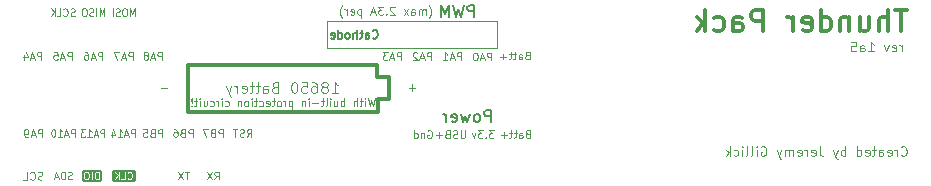
<source format=gbo>
G04 #@! TF.GenerationSoftware,KiCad,Pcbnew,(5.1.4-0-10_14)*
G04 #@! TF.CreationDate,2019-11-06T06:42:07-08:00*
G04 #@! TF.ProjectId,STM32L0xx_18650,53544d33-324c-4307-9878-5f3138363530,rev?*
G04 #@! TF.SameCoordinates,Original*
G04 #@! TF.FileFunction,Legend,Bot*
G04 #@! TF.FilePolarity,Positive*
%FSLAX46Y46*%
G04 Gerber Fmt 4.6, Leading zero omitted, Abs format (unit mm)*
G04 Created by KiCad (PCBNEW (5.1.4-0-10_14)) date 2019-11-06 06:42:07*
%MOMM*%
%LPD*%
G04 APERTURE LIST*
%ADD10C,0.100000*%
%ADD11C,0.150000*%
%ADD12C,0.200000*%
%ADD13C,0.300000*%
%ADD14C,0.080000*%
%ADD15C,0.254000*%
%ADD16C,2.901600*%
%ADD17O,1.801600X1.801600*%
%ADD18R,1.801600X1.801600*%
%ADD19O,1.801600X1.451600*%
%ADD20O,1.601600X1.201600*%
%ADD21C,2.501600*%
G04 APERTURE END LIST*
D10*
X80498809Y-107713095D02*
X80405952Y-107744047D01*
X80251190Y-107744047D01*
X80189285Y-107713095D01*
X80158333Y-107682142D01*
X80127380Y-107620238D01*
X80127380Y-107558333D01*
X80158333Y-107496428D01*
X80189285Y-107465476D01*
X80251190Y-107434523D01*
X80375000Y-107403571D01*
X80436904Y-107372619D01*
X80467857Y-107341666D01*
X80498809Y-107279761D01*
X80498809Y-107217857D01*
X80467857Y-107155952D01*
X80436904Y-107125000D01*
X80375000Y-107094047D01*
X80220238Y-107094047D01*
X80127380Y-107125000D01*
X79477380Y-107682142D02*
X79508333Y-107713095D01*
X79601190Y-107744047D01*
X79663095Y-107744047D01*
X79755952Y-107713095D01*
X79817857Y-107651190D01*
X79848809Y-107589285D01*
X79879761Y-107465476D01*
X79879761Y-107372619D01*
X79848809Y-107248809D01*
X79817857Y-107186904D01*
X79755952Y-107125000D01*
X79663095Y-107094047D01*
X79601190Y-107094047D01*
X79508333Y-107125000D01*
X79477380Y-107155952D01*
X78889285Y-107744047D02*
X79198809Y-107744047D01*
X79198809Y-107094047D01*
X82978571Y-107688095D02*
X82892857Y-107719047D01*
X82750000Y-107719047D01*
X82692857Y-107688095D01*
X82664285Y-107657142D01*
X82635714Y-107595238D01*
X82635714Y-107533333D01*
X82664285Y-107471428D01*
X82692857Y-107440476D01*
X82750000Y-107409523D01*
X82864285Y-107378571D01*
X82921428Y-107347619D01*
X82950000Y-107316666D01*
X82978571Y-107254761D01*
X82978571Y-107192857D01*
X82950000Y-107130952D01*
X82921428Y-107100000D01*
X82864285Y-107069047D01*
X82721428Y-107069047D01*
X82635714Y-107100000D01*
X82378571Y-107719047D02*
X82378571Y-107069047D01*
X82235714Y-107069047D01*
X82150000Y-107100000D01*
X82092857Y-107161904D01*
X82064285Y-107223809D01*
X82035714Y-107347619D01*
X82035714Y-107440476D01*
X82064285Y-107564285D01*
X82092857Y-107626190D01*
X82150000Y-107688095D01*
X82235714Y-107719047D01*
X82378571Y-107719047D01*
X81807142Y-107533333D02*
X81521428Y-107533333D01*
X81864285Y-107719047D02*
X81664285Y-107069047D01*
X81464285Y-107719047D01*
X83214285Y-93863095D02*
X83128571Y-93894047D01*
X82985714Y-93894047D01*
X82928571Y-93863095D01*
X82900000Y-93832142D01*
X82871428Y-93770238D01*
X82871428Y-93708333D01*
X82900000Y-93646428D01*
X82928571Y-93615476D01*
X82985714Y-93584523D01*
X83100000Y-93553571D01*
X83157142Y-93522619D01*
X83185714Y-93491666D01*
X83214285Y-93429761D01*
X83214285Y-93367857D01*
X83185714Y-93305952D01*
X83157142Y-93275000D01*
X83100000Y-93244047D01*
X82957142Y-93244047D01*
X82871428Y-93275000D01*
X82271428Y-93832142D02*
X82300000Y-93863095D01*
X82385714Y-93894047D01*
X82442857Y-93894047D01*
X82528571Y-93863095D01*
X82585714Y-93801190D01*
X82614285Y-93739285D01*
X82642857Y-93615476D01*
X82642857Y-93522619D01*
X82614285Y-93398809D01*
X82585714Y-93336904D01*
X82528571Y-93275000D01*
X82442857Y-93244047D01*
X82385714Y-93244047D01*
X82300000Y-93275000D01*
X82271428Y-93305952D01*
X81728571Y-93894047D02*
X82014285Y-93894047D01*
X82014285Y-93244047D01*
X81528571Y-93894047D02*
X81528571Y-93244047D01*
X81185714Y-93894047D02*
X81442857Y-93522619D01*
X81185714Y-93244047D02*
X81528571Y-93615476D01*
X85742857Y-93894047D02*
X85742857Y-93244047D01*
X85542857Y-93708333D01*
X85342857Y-93244047D01*
X85342857Y-93894047D01*
X85057142Y-93894047D02*
X85057142Y-93244047D01*
X84800000Y-93863095D02*
X84714285Y-93894047D01*
X84571428Y-93894047D01*
X84514285Y-93863095D01*
X84485714Y-93832142D01*
X84457142Y-93770238D01*
X84457142Y-93708333D01*
X84485714Y-93646428D01*
X84514285Y-93615476D01*
X84571428Y-93584523D01*
X84685714Y-93553571D01*
X84742857Y-93522619D01*
X84771428Y-93491666D01*
X84800000Y-93429761D01*
X84800000Y-93367857D01*
X84771428Y-93305952D01*
X84742857Y-93275000D01*
X84685714Y-93244047D01*
X84542857Y-93244047D01*
X84457142Y-93275000D01*
X84085714Y-93244047D02*
X83971428Y-93244047D01*
X83914285Y-93275000D01*
X83857142Y-93336904D01*
X83828571Y-93460714D01*
X83828571Y-93677380D01*
X83857142Y-93801190D01*
X83914285Y-93863095D01*
X83971428Y-93894047D01*
X84085714Y-93894047D01*
X84142857Y-93863095D01*
X84200000Y-93801190D01*
X84228571Y-93677380D01*
X84228571Y-93460714D01*
X84200000Y-93336904D01*
X84142857Y-93275000D01*
X84085714Y-93244047D01*
X88317857Y-93894047D02*
X88317857Y-93244047D01*
X88117857Y-93708333D01*
X87917857Y-93244047D01*
X87917857Y-93894047D01*
X87517857Y-93244047D02*
X87403571Y-93244047D01*
X87346428Y-93275000D01*
X87289285Y-93336904D01*
X87260714Y-93460714D01*
X87260714Y-93677380D01*
X87289285Y-93801190D01*
X87346428Y-93863095D01*
X87403571Y-93894047D01*
X87517857Y-93894047D01*
X87575000Y-93863095D01*
X87632142Y-93801190D01*
X87660714Y-93677380D01*
X87660714Y-93460714D01*
X87632142Y-93336904D01*
X87575000Y-93275000D01*
X87517857Y-93244047D01*
X87032142Y-93863095D02*
X86946428Y-93894047D01*
X86803571Y-93894047D01*
X86746428Y-93863095D01*
X86717857Y-93832142D01*
X86689285Y-93770238D01*
X86689285Y-93708333D01*
X86717857Y-93646428D01*
X86746428Y-93615476D01*
X86803571Y-93584523D01*
X86917857Y-93553571D01*
X86975000Y-93522619D01*
X87003571Y-93491666D01*
X87032142Y-93429761D01*
X87032142Y-93367857D01*
X87003571Y-93305952D01*
X86975000Y-93275000D01*
X86917857Y-93244047D01*
X86775000Y-93244047D01*
X86689285Y-93275000D01*
X86432142Y-93894047D02*
X86432142Y-93244047D01*
X92895238Y-107069047D02*
X92523809Y-107069047D01*
X92709523Y-107719047D02*
X92709523Y-107069047D01*
X92369047Y-107069047D02*
X91935714Y-107719047D01*
X91935714Y-107069047D02*
X92369047Y-107719047D01*
X95058333Y-107719047D02*
X95275000Y-107409523D01*
X95429761Y-107719047D02*
X95429761Y-107069047D01*
X95182142Y-107069047D01*
X95120238Y-107100000D01*
X95089285Y-107130952D01*
X95058333Y-107192857D01*
X95058333Y-107285714D01*
X95089285Y-107347619D01*
X95120238Y-107378571D01*
X95182142Y-107409523D01*
X95429761Y-107409523D01*
X94841666Y-107069047D02*
X94408333Y-107719047D01*
X94408333Y-107069047D02*
X94841666Y-107719047D01*
D11*
X108450000Y-95742857D02*
X108483333Y-95778571D01*
X108583333Y-95814285D01*
X108650000Y-95814285D01*
X108750000Y-95778571D01*
X108816666Y-95707142D01*
X108850000Y-95635714D01*
X108883333Y-95492857D01*
X108883333Y-95385714D01*
X108850000Y-95242857D01*
X108816666Y-95171428D01*
X108750000Y-95100000D01*
X108650000Y-95064285D01*
X108583333Y-95064285D01*
X108483333Y-95100000D01*
X108450000Y-95135714D01*
X107850000Y-95814285D02*
X107850000Y-95421428D01*
X107883333Y-95350000D01*
X107950000Y-95314285D01*
X108083333Y-95314285D01*
X108150000Y-95350000D01*
X107850000Y-95778571D02*
X107916666Y-95814285D01*
X108083333Y-95814285D01*
X108150000Y-95778571D01*
X108183333Y-95707142D01*
X108183333Y-95635714D01*
X108150000Y-95564285D01*
X108083333Y-95528571D01*
X107916666Y-95528571D01*
X107850000Y-95492857D01*
X107616666Y-95314285D02*
X107350000Y-95314285D01*
X107516666Y-95064285D02*
X107516666Y-95707142D01*
X107483333Y-95778571D01*
X107416666Y-95814285D01*
X107350000Y-95814285D01*
X107116666Y-95814285D02*
X107116666Y-95064285D01*
X106816666Y-95814285D02*
X106816666Y-95421428D01*
X106850000Y-95350000D01*
X106916666Y-95314285D01*
X107016666Y-95314285D01*
X107083333Y-95350000D01*
X107116666Y-95385714D01*
X106383333Y-95814285D02*
X106450000Y-95778571D01*
X106483333Y-95742857D01*
X106516666Y-95671428D01*
X106516666Y-95457142D01*
X106483333Y-95385714D01*
X106450000Y-95350000D01*
X106383333Y-95314285D01*
X106283333Y-95314285D01*
X106216666Y-95350000D01*
X106183333Y-95385714D01*
X106150000Y-95457142D01*
X106150000Y-95671428D01*
X106183333Y-95742857D01*
X106216666Y-95778571D01*
X106283333Y-95814285D01*
X106383333Y-95814285D01*
X105550000Y-95814285D02*
X105550000Y-95064285D01*
X105550000Y-95778571D02*
X105616666Y-95814285D01*
X105750000Y-95814285D01*
X105816666Y-95778571D01*
X105850000Y-95742857D01*
X105883333Y-95671428D01*
X105883333Y-95457142D01*
X105850000Y-95385714D01*
X105816666Y-95350000D01*
X105750000Y-95314285D01*
X105616666Y-95314285D01*
X105550000Y-95350000D01*
X104950000Y-95778571D02*
X105016666Y-95814285D01*
X105150000Y-95814285D01*
X105216666Y-95778571D01*
X105250000Y-95707142D01*
X105250000Y-95421428D01*
X105216666Y-95350000D01*
X105150000Y-95314285D01*
X105016666Y-95314285D01*
X104950000Y-95350000D01*
X104916666Y-95421428D01*
X104916666Y-95492857D01*
X105250000Y-95564285D01*
D10*
X104550000Y-94275000D02*
X118950000Y-94275000D01*
X104550000Y-96625000D02*
X104550000Y-94275000D01*
X118950000Y-96625000D02*
X104550000Y-96625000D01*
X118950000Y-94275000D02*
X118950000Y-96625000D01*
X97805952Y-104119047D02*
X98022619Y-103809523D01*
X98177380Y-104119047D02*
X98177380Y-103469047D01*
X97929761Y-103469047D01*
X97867857Y-103500000D01*
X97836904Y-103530952D01*
X97805952Y-103592857D01*
X97805952Y-103685714D01*
X97836904Y-103747619D01*
X97867857Y-103778571D01*
X97929761Y-103809523D01*
X98177380Y-103809523D01*
X97558333Y-104088095D02*
X97465476Y-104119047D01*
X97310714Y-104119047D01*
X97248809Y-104088095D01*
X97217857Y-104057142D01*
X97186904Y-103995238D01*
X97186904Y-103933333D01*
X97217857Y-103871428D01*
X97248809Y-103840476D01*
X97310714Y-103809523D01*
X97434523Y-103778571D01*
X97496428Y-103747619D01*
X97527380Y-103716666D01*
X97558333Y-103654761D01*
X97558333Y-103592857D01*
X97527380Y-103530952D01*
X97496428Y-103500000D01*
X97434523Y-103469047D01*
X97279761Y-103469047D01*
X97186904Y-103500000D01*
X97001190Y-103469047D02*
X96629761Y-103469047D01*
X96815476Y-104119047D02*
X96815476Y-103469047D01*
X95754761Y-104119047D02*
X95754761Y-103469047D01*
X95507142Y-103469047D01*
X95445238Y-103500000D01*
X95414285Y-103530952D01*
X95383333Y-103592857D01*
X95383333Y-103685714D01*
X95414285Y-103747619D01*
X95445238Y-103778571D01*
X95507142Y-103809523D01*
X95754761Y-103809523D01*
X94888095Y-103778571D02*
X94795238Y-103809523D01*
X94764285Y-103840476D01*
X94733333Y-103902380D01*
X94733333Y-103995238D01*
X94764285Y-104057142D01*
X94795238Y-104088095D01*
X94857142Y-104119047D01*
X95104761Y-104119047D01*
X95104761Y-103469047D01*
X94888095Y-103469047D01*
X94826190Y-103500000D01*
X94795238Y-103530952D01*
X94764285Y-103592857D01*
X94764285Y-103654761D01*
X94795238Y-103716666D01*
X94826190Y-103747619D01*
X94888095Y-103778571D01*
X95104761Y-103778571D01*
X94516666Y-103469047D02*
X94083333Y-103469047D01*
X94361904Y-104119047D01*
X93204761Y-104119047D02*
X93204761Y-103469047D01*
X92957142Y-103469047D01*
X92895238Y-103500000D01*
X92864285Y-103530952D01*
X92833333Y-103592857D01*
X92833333Y-103685714D01*
X92864285Y-103747619D01*
X92895238Y-103778571D01*
X92957142Y-103809523D01*
X93204761Y-103809523D01*
X92338095Y-103778571D02*
X92245238Y-103809523D01*
X92214285Y-103840476D01*
X92183333Y-103902380D01*
X92183333Y-103995238D01*
X92214285Y-104057142D01*
X92245238Y-104088095D01*
X92307142Y-104119047D01*
X92554761Y-104119047D01*
X92554761Y-103469047D01*
X92338095Y-103469047D01*
X92276190Y-103500000D01*
X92245238Y-103530952D01*
X92214285Y-103592857D01*
X92214285Y-103654761D01*
X92245238Y-103716666D01*
X92276190Y-103747619D01*
X92338095Y-103778571D01*
X92554761Y-103778571D01*
X91626190Y-103469047D02*
X91750000Y-103469047D01*
X91811904Y-103500000D01*
X91842857Y-103530952D01*
X91904761Y-103623809D01*
X91935714Y-103747619D01*
X91935714Y-103995238D01*
X91904761Y-104057142D01*
X91873809Y-104088095D01*
X91811904Y-104119047D01*
X91688095Y-104119047D01*
X91626190Y-104088095D01*
X91595238Y-104057142D01*
X91564285Y-103995238D01*
X91564285Y-103840476D01*
X91595238Y-103778571D01*
X91626190Y-103747619D01*
X91688095Y-103716666D01*
X91811904Y-103716666D01*
X91873809Y-103747619D01*
X91904761Y-103778571D01*
X91935714Y-103840476D01*
X153244523Y-96886904D02*
X153244523Y-96353571D01*
X153244523Y-96505952D02*
X153206428Y-96429761D01*
X153168333Y-96391666D01*
X153092142Y-96353571D01*
X153015952Y-96353571D01*
X152444523Y-96848809D02*
X152520714Y-96886904D01*
X152673095Y-96886904D01*
X152749285Y-96848809D01*
X152787380Y-96772619D01*
X152787380Y-96467857D01*
X152749285Y-96391666D01*
X152673095Y-96353571D01*
X152520714Y-96353571D01*
X152444523Y-96391666D01*
X152406428Y-96467857D01*
X152406428Y-96544047D01*
X152787380Y-96620238D01*
X152139761Y-96353571D02*
X151949285Y-96886904D01*
X151758809Y-96353571D01*
X150425476Y-96886904D02*
X150882619Y-96886904D01*
X150654047Y-96886904D02*
X150654047Y-96086904D01*
X150730238Y-96201190D01*
X150806428Y-96277380D01*
X150882619Y-96315476D01*
X149739761Y-96886904D02*
X149739761Y-96467857D01*
X149777857Y-96391666D01*
X149854047Y-96353571D01*
X150006428Y-96353571D01*
X150082619Y-96391666D01*
X149739761Y-96848809D02*
X149815952Y-96886904D01*
X150006428Y-96886904D01*
X150082619Y-96848809D01*
X150120714Y-96772619D01*
X150120714Y-96696428D01*
X150082619Y-96620238D01*
X150006428Y-96582142D01*
X149815952Y-96582142D01*
X149739761Y-96544047D01*
X148977857Y-96086904D02*
X149358809Y-96086904D01*
X149396904Y-96467857D01*
X149358809Y-96429761D01*
X149282619Y-96391666D01*
X149092142Y-96391666D01*
X149015952Y-96429761D01*
X148977857Y-96467857D01*
X148939761Y-96544047D01*
X148939761Y-96734523D01*
X148977857Y-96810714D01*
X149015952Y-96848809D01*
X149092142Y-96886904D01*
X149282619Y-96886904D01*
X149358809Y-96848809D01*
X149396904Y-96810714D01*
X153187380Y-105660714D02*
X153225476Y-105698809D01*
X153339761Y-105736904D01*
X153415952Y-105736904D01*
X153530238Y-105698809D01*
X153606428Y-105622619D01*
X153644523Y-105546428D01*
X153682619Y-105394047D01*
X153682619Y-105279761D01*
X153644523Y-105127380D01*
X153606428Y-105051190D01*
X153530238Y-104975000D01*
X153415952Y-104936904D01*
X153339761Y-104936904D01*
X153225476Y-104975000D01*
X153187380Y-105013095D01*
X152844523Y-105736904D02*
X152844523Y-105203571D01*
X152844523Y-105355952D02*
X152806428Y-105279761D01*
X152768333Y-105241666D01*
X152692142Y-105203571D01*
X152615952Y-105203571D01*
X152044523Y-105698809D02*
X152120714Y-105736904D01*
X152273095Y-105736904D01*
X152349285Y-105698809D01*
X152387380Y-105622619D01*
X152387380Y-105317857D01*
X152349285Y-105241666D01*
X152273095Y-105203571D01*
X152120714Y-105203571D01*
X152044523Y-105241666D01*
X152006428Y-105317857D01*
X152006428Y-105394047D01*
X152387380Y-105470238D01*
X151320714Y-105736904D02*
X151320714Y-105317857D01*
X151358809Y-105241666D01*
X151435000Y-105203571D01*
X151587380Y-105203571D01*
X151663571Y-105241666D01*
X151320714Y-105698809D02*
X151396904Y-105736904D01*
X151587380Y-105736904D01*
X151663571Y-105698809D01*
X151701666Y-105622619D01*
X151701666Y-105546428D01*
X151663571Y-105470238D01*
X151587380Y-105432142D01*
X151396904Y-105432142D01*
X151320714Y-105394047D01*
X151054047Y-105203571D02*
X150749285Y-105203571D01*
X150939761Y-104936904D02*
X150939761Y-105622619D01*
X150901666Y-105698809D01*
X150825476Y-105736904D01*
X150749285Y-105736904D01*
X150177857Y-105698809D02*
X150254047Y-105736904D01*
X150406428Y-105736904D01*
X150482619Y-105698809D01*
X150520714Y-105622619D01*
X150520714Y-105317857D01*
X150482619Y-105241666D01*
X150406428Y-105203571D01*
X150254047Y-105203571D01*
X150177857Y-105241666D01*
X150139761Y-105317857D01*
X150139761Y-105394047D01*
X150520714Y-105470238D01*
X149454047Y-105736904D02*
X149454047Y-104936904D01*
X149454047Y-105698809D02*
X149530238Y-105736904D01*
X149682619Y-105736904D01*
X149758809Y-105698809D01*
X149796904Y-105660714D01*
X149835000Y-105584523D01*
X149835000Y-105355952D01*
X149796904Y-105279761D01*
X149758809Y-105241666D01*
X149682619Y-105203571D01*
X149530238Y-105203571D01*
X149454047Y-105241666D01*
X148463571Y-105736904D02*
X148463571Y-104936904D01*
X148463571Y-105241666D02*
X148387380Y-105203571D01*
X148235000Y-105203571D01*
X148158809Y-105241666D01*
X148120714Y-105279761D01*
X148082619Y-105355952D01*
X148082619Y-105584523D01*
X148120714Y-105660714D01*
X148158809Y-105698809D01*
X148235000Y-105736904D01*
X148387380Y-105736904D01*
X148463571Y-105698809D01*
X147815952Y-105203571D02*
X147625476Y-105736904D01*
X147435000Y-105203571D02*
X147625476Y-105736904D01*
X147701666Y-105927380D01*
X147739761Y-105965476D01*
X147815952Y-106003571D01*
X146292142Y-104936904D02*
X146292142Y-105508333D01*
X146330238Y-105622619D01*
X146406428Y-105698809D01*
X146520714Y-105736904D01*
X146596904Y-105736904D01*
X145606428Y-105698809D02*
X145682619Y-105736904D01*
X145835000Y-105736904D01*
X145911190Y-105698809D01*
X145949285Y-105622619D01*
X145949285Y-105317857D01*
X145911190Y-105241666D01*
X145835000Y-105203571D01*
X145682619Y-105203571D01*
X145606428Y-105241666D01*
X145568333Y-105317857D01*
X145568333Y-105394047D01*
X145949285Y-105470238D01*
X145225476Y-105736904D02*
X145225476Y-105203571D01*
X145225476Y-105355952D02*
X145187380Y-105279761D01*
X145149285Y-105241666D01*
X145073095Y-105203571D01*
X144996904Y-105203571D01*
X144425476Y-105698809D02*
X144501666Y-105736904D01*
X144654047Y-105736904D01*
X144730238Y-105698809D01*
X144768333Y-105622619D01*
X144768333Y-105317857D01*
X144730238Y-105241666D01*
X144654047Y-105203571D01*
X144501666Y-105203571D01*
X144425476Y-105241666D01*
X144387380Y-105317857D01*
X144387380Y-105394047D01*
X144768333Y-105470238D01*
X144044523Y-105736904D02*
X144044523Y-105203571D01*
X144044523Y-105279761D02*
X144006428Y-105241666D01*
X143930238Y-105203571D01*
X143815952Y-105203571D01*
X143739761Y-105241666D01*
X143701666Y-105317857D01*
X143701666Y-105736904D01*
X143701666Y-105317857D02*
X143663571Y-105241666D01*
X143587380Y-105203571D01*
X143473095Y-105203571D01*
X143396904Y-105241666D01*
X143358809Y-105317857D01*
X143358809Y-105736904D01*
X143054047Y-105203571D02*
X142863571Y-105736904D01*
X142673095Y-105203571D02*
X142863571Y-105736904D01*
X142939761Y-105927380D01*
X142977857Y-105965476D01*
X143054047Y-106003571D01*
X141339761Y-104975000D02*
X141415952Y-104936904D01*
X141530238Y-104936904D01*
X141644523Y-104975000D01*
X141720714Y-105051190D01*
X141758809Y-105127380D01*
X141796904Y-105279761D01*
X141796904Y-105394047D01*
X141758809Y-105546428D01*
X141720714Y-105622619D01*
X141644523Y-105698809D01*
X141530238Y-105736904D01*
X141454047Y-105736904D01*
X141339761Y-105698809D01*
X141301666Y-105660714D01*
X141301666Y-105394047D01*
X141454047Y-105394047D01*
X140958809Y-105736904D02*
X140958809Y-105203571D01*
X140958809Y-104936904D02*
X140996904Y-104975000D01*
X140958809Y-105013095D01*
X140920714Y-104975000D01*
X140958809Y-104936904D01*
X140958809Y-105013095D01*
X140463571Y-105736904D02*
X140539761Y-105698809D01*
X140577857Y-105622619D01*
X140577857Y-104936904D01*
X140044523Y-105736904D02*
X140120714Y-105698809D01*
X140158809Y-105622619D01*
X140158809Y-104936904D01*
X139739761Y-105736904D02*
X139739761Y-105203571D01*
X139739761Y-104936904D02*
X139777857Y-104975000D01*
X139739761Y-105013095D01*
X139701666Y-104975000D01*
X139739761Y-104936904D01*
X139739761Y-105013095D01*
X139015952Y-105698809D02*
X139092142Y-105736904D01*
X139244523Y-105736904D01*
X139320714Y-105698809D01*
X139358809Y-105660714D01*
X139396904Y-105584523D01*
X139396904Y-105355952D01*
X139358809Y-105279761D01*
X139320714Y-105241666D01*
X139244523Y-105203571D01*
X139092142Y-105203571D01*
X139015952Y-105241666D01*
X138673095Y-105736904D02*
X138673095Y-104936904D01*
X138596904Y-105432142D02*
X138368333Y-105736904D01*
X138368333Y-105203571D02*
X138673095Y-105508333D01*
X113216666Y-94058333D02*
X113250000Y-94025000D01*
X113316666Y-93925000D01*
X113350000Y-93858333D01*
X113383333Y-93758333D01*
X113416666Y-93591666D01*
X113416666Y-93458333D01*
X113383333Y-93291666D01*
X113350000Y-93191666D01*
X113316666Y-93125000D01*
X113250000Y-93025000D01*
X113216666Y-92991666D01*
X112950000Y-93791666D02*
X112950000Y-93325000D01*
X112950000Y-93391666D02*
X112916666Y-93358333D01*
X112850000Y-93325000D01*
X112750000Y-93325000D01*
X112683333Y-93358333D01*
X112650000Y-93425000D01*
X112650000Y-93791666D01*
X112650000Y-93425000D02*
X112616666Y-93358333D01*
X112550000Y-93325000D01*
X112450000Y-93325000D01*
X112383333Y-93358333D01*
X112350000Y-93425000D01*
X112350000Y-93791666D01*
X111716666Y-93791666D02*
X111716666Y-93425000D01*
X111750000Y-93358333D01*
X111816666Y-93325000D01*
X111950000Y-93325000D01*
X112016666Y-93358333D01*
X111716666Y-93758333D02*
X111783333Y-93791666D01*
X111950000Y-93791666D01*
X112016666Y-93758333D01*
X112050000Y-93691666D01*
X112050000Y-93625000D01*
X112016666Y-93558333D01*
X111950000Y-93525000D01*
X111783333Y-93525000D01*
X111716666Y-93491666D01*
X111450000Y-93791666D02*
X111083333Y-93325000D01*
X111450000Y-93325000D02*
X111083333Y-93791666D01*
X110316666Y-93158333D02*
X110283333Y-93125000D01*
X110216666Y-93091666D01*
X110050000Y-93091666D01*
X109983333Y-93125000D01*
X109950000Y-93158333D01*
X109916666Y-93225000D01*
X109916666Y-93291666D01*
X109950000Y-93391666D01*
X110350000Y-93791666D01*
X109916666Y-93791666D01*
X109616666Y-93725000D02*
X109583333Y-93758333D01*
X109616666Y-93791666D01*
X109650000Y-93758333D01*
X109616666Y-93725000D01*
X109616666Y-93791666D01*
X109350000Y-93091666D02*
X108916666Y-93091666D01*
X109150000Y-93358333D01*
X109050000Y-93358333D01*
X108983333Y-93391666D01*
X108950000Y-93425000D01*
X108916666Y-93491666D01*
X108916666Y-93658333D01*
X108950000Y-93725000D01*
X108983333Y-93758333D01*
X109050000Y-93791666D01*
X109250000Y-93791666D01*
X109316666Y-93758333D01*
X109350000Y-93725000D01*
X108650000Y-93591666D02*
X108316666Y-93591666D01*
X108716666Y-93791666D02*
X108483333Y-93091666D01*
X108250000Y-93791666D01*
X107483333Y-93325000D02*
X107483333Y-94025000D01*
X107483333Y-93358333D02*
X107416666Y-93325000D01*
X107283333Y-93325000D01*
X107216666Y-93358333D01*
X107183333Y-93391666D01*
X107150000Y-93458333D01*
X107150000Y-93658333D01*
X107183333Y-93725000D01*
X107216666Y-93758333D01*
X107283333Y-93791666D01*
X107416666Y-93791666D01*
X107483333Y-93758333D01*
X106583333Y-93758333D02*
X106650000Y-93791666D01*
X106783333Y-93791666D01*
X106850000Y-93758333D01*
X106883333Y-93691666D01*
X106883333Y-93425000D01*
X106850000Y-93358333D01*
X106783333Y-93325000D01*
X106650000Y-93325000D01*
X106583333Y-93358333D01*
X106550000Y-93425000D01*
X106550000Y-93491666D01*
X106883333Y-93558333D01*
X106250000Y-93791666D02*
X106250000Y-93325000D01*
X106250000Y-93458333D02*
X106216666Y-93391666D01*
X106183333Y-93358333D01*
X106116666Y-93325000D01*
X106050000Y-93325000D01*
X105883333Y-94058333D02*
X105850000Y-94025000D01*
X105783333Y-93925000D01*
X105750000Y-93858333D01*
X105716666Y-93758333D01*
X105683333Y-93591666D01*
X105683333Y-93458333D01*
X105716666Y-93291666D01*
X105750000Y-93191666D01*
X105783333Y-93125000D01*
X105850000Y-93025000D01*
X105883333Y-92991666D01*
X90608333Y-97594047D02*
X90608333Y-96944047D01*
X90360714Y-96944047D01*
X90298809Y-96975000D01*
X90267857Y-97005952D01*
X90236904Y-97067857D01*
X90236904Y-97160714D01*
X90267857Y-97222619D01*
X90298809Y-97253571D01*
X90360714Y-97284523D01*
X90608333Y-97284523D01*
X89989285Y-97408333D02*
X89679761Y-97408333D01*
X90051190Y-97594047D02*
X89834523Y-96944047D01*
X89617857Y-97594047D01*
X89308333Y-97222619D02*
X89370238Y-97191666D01*
X89401190Y-97160714D01*
X89432142Y-97098809D01*
X89432142Y-97067857D01*
X89401190Y-97005952D01*
X89370238Y-96975000D01*
X89308333Y-96944047D01*
X89184523Y-96944047D01*
X89122619Y-96975000D01*
X89091666Y-97005952D01*
X89060714Y-97067857D01*
X89060714Y-97098809D01*
X89091666Y-97160714D01*
X89122619Y-97191666D01*
X89184523Y-97222619D01*
X89308333Y-97222619D01*
X89370238Y-97253571D01*
X89401190Y-97284523D01*
X89432142Y-97346428D01*
X89432142Y-97470238D01*
X89401190Y-97532142D01*
X89370238Y-97563095D01*
X89308333Y-97594047D01*
X89184523Y-97594047D01*
X89122619Y-97563095D01*
X89091666Y-97532142D01*
X89060714Y-97470238D01*
X89060714Y-97346428D01*
X89091666Y-97284523D01*
X89122619Y-97253571D01*
X89184523Y-97222619D01*
X88133333Y-97594047D02*
X88133333Y-96944047D01*
X87885714Y-96944047D01*
X87823809Y-96975000D01*
X87792857Y-97005952D01*
X87761904Y-97067857D01*
X87761904Y-97160714D01*
X87792857Y-97222619D01*
X87823809Y-97253571D01*
X87885714Y-97284523D01*
X88133333Y-97284523D01*
X87514285Y-97408333D02*
X87204761Y-97408333D01*
X87576190Y-97594047D02*
X87359523Y-96944047D01*
X87142857Y-97594047D01*
X86988095Y-96944047D02*
X86554761Y-96944047D01*
X86833333Y-97594047D01*
X85558333Y-97594047D02*
X85558333Y-96944047D01*
X85310714Y-96944047D01*
X85248809Y-96975000D01*
X85217857Y-97005952D01*
X85186904Y-97067857D01*
X85186904Y-97160714D01*
X85217857Y-97222619D01*
X85248809Y-97253571D01*
X85310714Y-97284523D01*
X85558333Y-97284523D01*
X84939285Y-97408333D02*
X84629761Y-97408333D01*
X85001190Y-97594047D02*
X84784523Y-96944047D01*
X84567857Y-97594047D01*
X84072619Y-96944047D02*
X84196428Y-96944047D01*
X84258333Y-96975000D01*
X84289285Y-97005952D01*
X84351190Y-97098809D01*
X84382142Y-97222619D01*
X84382142Y-97470238D01*
X84351190Y-97532142D01*
X84320238Y-97563095D01*
X84258333Y-97594047D01*
X84134523Y-97594047D01*
X84072619Y-97563095D01*
X84041666Y-97532142D01*
X84010714Y-97470238D01*
X84010714Y-97315476D01*
X84041666Y-97253571D01*
X84072619Y-97222619D01*
X84134523Y-97191666D01*
X84258333Y-97191666D01*
X84320238Y-97222619D01*
X84351190Y-97253571D01*
X84382142Y-97315476D01*
X82958333Y-97594047D02*
X82958333Y-96944047D01*
X82710714Y-96944047D01*
X82648809Y-96975000D01*
X82617857Y-97005952D01*
X82586904Y-97067857D01*
X82586904Y-97160714D01*
X82617857Y-97222619D01*
X82648809Y-97253571D01*
X82710714Y-97284523D01*
X82958333Y-97284523D01*
X82339285Y-97408333D02*
X82029761Y-97408333D01*
X82401190Y-97594047D02*
X82184523Y-96944047D01*
X81967857Y-97594047D01*
X81441666Y-96944047D02*
X81751190Y-96944047D01*
X81782142Y-97253571D01*
X81751190Y-97222619D01*
X81689285Y-97191666D01*
X81534523Y-97191666D01*
X81472619Y-97222619D01*
X81441666Y-97253571D01*
X81410714Y-97315476D01*
X81410714Y-97470238D01*
X81441666Y-97532142D01*
X81472619Y-97563095D01*
X81534523Y-97594047D01*
X81689285Y-97594047D01*
X81751190Y-97563095D01*
X81782142Y-97532142D01*
X80408333Y-97594047D02*
X80408333Y-96944047D01*
X80160714Y-96944047D01*
X80098809Y-96975000D01*
X80067857Y-97005952D01*
X80036904Y-97067857D01*
X80036904Y-97160714D01*
X80067857Y-97222619D01*
X80098809Y-97253571D01*
X80160714Y-97284523D01*
X80408333Y-97284523D01*
X79789285Y-97408333D02*
X79479761Y-97408333D01*
X79851190Y-97594047D02*
X79634523Y-96944047D01*
X79417857Y-97594047D01*
X78922619Y-97160714D02*
X78922619Y-97594047D01*
X79077380Y-96913095D02*
X79232142Y-97377380D01*
X78829761Y-97377380D01*
X90654761Y-104144047D02*
X90654761Y-103494047D01*
X90407142Y-103494047D01*
X90345238Y-103525000D01*
X90314285Y-103555952D01*
X90283333Y-103617857D01*
X90283333Y-103710714D01*
X90314285Y-103772619D01*
X90345238Y-103803571D01*
X90407142Y-103834523D01*
X90654761Y-103834523D01*
X89788095Y-103803571D02*
X89695238Y-103834523D01*
X89664285Y-103865476D01*
X89633333Y-103927380D01*
X89633333Y-104020238D01*
X89664285Y-104082142D01*
X89695238Y-104113095D01*
X89757142Y-104144047D01*
X90004761Y-104144047D01*
X90004761Y-103494047D01*
X89788095Y-103494047D01*
X89726190Y-103525000D01*
X89695238Y-103555952D01*
X89664285Y-103617857D01*
X89664285Y-103679761D01*
X89695238Y-103741666D01*
X89726190Y-103772619D01*
X89788095Y-103803571D01*
X90004761Y-103803571D01*
X89045238Y-103494047D02*
X89354761Y-103494047D01*
X89385714Y-103803571D01*
X89354761Y-103772619D01*
X89292857Y-103741666D01*
X89138095Y-103741666D01*
X89076190Y-103772619D01*
X89045238Y-103803571D01*
X89014285Y-103865476D01*
X89014285Y-104020238D01*
X89045238Y-104082142D01*
X89076190Y-104113095D01*
X89138095Y-104144047D01*
X89292857Y-104144047D01*
X89354761Y-104113095D01*
X89385714Y-104082142D01*
X88310714Y-104144047D02*
X88310714Y-103494047D01*
X88082142Y-103494047D01*
X88025000Y-103525000D01*
X87996428Y-103555952D01*
X87967857Y-103617857D01*
X87967857Y-103710714D01*
X87996428Y-103772619D01*
X88025000Y-103803571D01*
X88082142Y-103834523D01*
X88310714Y-103834523D01*
X87739285Y-103958333D02*
X87453571Y-103958333D01*
X87796428Y-104144047D02*
X87596428Y-103494047D01*
X87396428Y-104144047D01*
X86882142Y-104144047D02*
X87225000Y-104144047D01*
X87053571Y-104144047D02*
X87053571Y-103494047D01*
X87110714Y-103586904D01*
X87167857Y-103648809D01*
X87225000Y-103679761D01*
X86367857Y-103710714D02*
X86367857Y-104144047D01*
X86510714Y-103463095D02*
X86653571Y-103927380D01*
X86282142Y-103927380D01*
X85735714Y-104144047D02*
X85735714Y-103494047D01*
X85507142Y-103494047D01*
X85450000Y-103525000D01*
X85421428Y-103555952D01*
X85392857Y-103617857D01*
X85392857Y-103710714D01*
X85421428Y-103772619D01*
X85450000Y-103803571D01*
X85507142Y-103834523D01*
X85735714Y-103834523D01*
X85164285Y-103958333D02*
X84878571Y-103958333D01*
X85221428Y-104144047D02*
X85021428Y-103494047D01*
X84821428Y-104144047D01*
X84307142Y-104144047D02*
X84650000Y-104144047D01*
X84478571Y-104144047D02*
X84478571Y-103494047D01*
X84535714Y-103586904D01*
X84592857Y-103648809D01*
X84650000Y-103679761D01*
X84107142Y-103494047D02*
X83735714Y-103494047D01*
X83935714Y-103741666D01*
X83850000Y-103741666D01*
X83792857Y-103772619D01*
X83764285Y-103803571D01*
X83735714Y-103865476D01*
X83735714Y-104020238D01*
X83764285Y-104082142D01*
X83792857Y-104113095D01*
X83850000Y-104144047D01*
X84021428Y-104144047D01*
X84078571Y-104113095D01*
X84107142Y-104082142D01*
X83235714Y-104119047D02*
X83235714Y-103469047D01*
X83007142Y-103469047D01*
X82950000Y-103500000D01*
X82921428Y-103530952D01*
X82892857Y-103592857D01*
X82892857Y-103685714D01*
X82921428Y-103747619D01*
X82950000Y-103778571D01*
X83007142Y-103809523D01*
X83235714Y-103809523D01*
X82664285Y-103933333D02*
X82378571Y-103933333D01*
X82721428Y-104119047D02*
X82521428Y-103469047D01*
X82321428Y-104119047D01*
X81807142Y-104119047D02*
X82150000Y-104119047D01*
X81978571Y-104119047D02*
X81978571Y-103469047D01*
X82035714Y-103561904D01*
X82092857Y-103623809D01*
X82150000Y-103654761D01*
X81435714Y-103469047D02*
X81378571Y-103469047D01*
X81321428Y-103500000D01*
X81292857Y-103530952D01*
X81264285Y-103592857D01*
X81235714Y-103716666D01*
X81235714Y-103871428D01*
X81264285Y-103995238D01*
X81292857Y-104057142D01*
X81321428Y-104088095D01*
X81378571Y-104119047D01*
X81435714Y-104119047D01*
X81492857Y-104088095D01*
X81521428Y-104057142D01*
X81550000Y-103995238D01*
X81578571Y-103871428D01*
X81578571Y-103716666D01*
X81550000Y-103592857D01*
X81521428Y-103530952D01*
X81492857Y-103500000D01*
X81435714Y-103469047D01*
X80483333Y-104144047D02*
X80483333Y-103494047D01*
X80235714Y-103494047D01*
X80173809Y-103525000D01*
X80142857Y-103555952D01*
X80111904Y-103617857D01*
X80111904Y-103710714D01*
X80142857Y-103772619D01*
X80173809Y-103803571D01*
X80235714Y-103834523D01*
X80483333Y-103834523D01*
X79864285Y-103958333D02*
X79554761Y-103958333D01*
X79926190Y-104144047D02*
X79709523Y-103494047D01*
X79492857Y-104144047D01*
X79245238Y-104144047D02*
X79121428Y-104144047D01*
X79059523Y-104113095D01*
X79028571Y-104082142D01*
X78966666Y-103989285D01*
X78935714Y-103865476D01*
X78935714Y-103617857D01*
X78966666Y-103555952D01*
X78997619Y-103525000D01*
X79059523Y-103494047D01*
X79183333Y-103494047D01*
X79245238Y-103525000D01*
X79276190Y-103555952D01*
X79307142Y-103617857D01*
X79307142Y-103772619D01*
X79276190Y-103834523D01*
X79245238Y-103865476D01*
X79183333Y-103896428D01*
X79059523Y-103896428D01*
X78997619Y-103865476D01*
X78966666Y-103834523D01*
X78935714Y-103772619D01*
X110858333Y-97619047D02*
X110858333Y-96969047D01*
X110610714Y-96969047D01*
X110548809Y-97000000D01*
X110517857Y-97030952D01*
X110486904Y-97092857D01*
X110486904Y-97185714D01*
X110517857Y-97247619D01*
X110548809Y-97278571D01*
X110610714Y-97309523D01*
X110858333Y-97309523D01*
X110239285Y-97433333D02*
X109929761Y-97433333D01*
X110301190Y-97619047D02*
X110084523Y-96969047D01*
X109867857Y-97619047D01*
X109713095Y-96969047D02*
X109310714Y-96969047D01*
X109527380Y-97216666D01*
X109434523Y-97216666D01*
X109372619Y-97247619D01*
X109341666Y-97278571D01*
X109310714Y-97340476D01*
X109310714Y-97495238D01*
X109341666Y-97557142D01*
X109372619Y-97588095D01*
X109434523Y-97619047D01*
X109620238Y-97619047D01*
X109682142Y-97588095D01*
X109713095Y-97557142D01*
X113408333Y-97619047D02*
X113408333Y-96969047D01*
X113160714Y-96969047D01*
X113098809Y-97000000D01*
X113067857Y-97030952D01*
X113036904Y-97092857D01*
X113036904Y-97185714D01*
X113067857Y-97247619D01*
X113098809Y-97278571D01*
X113160714Y-97309523D01*
X113408333Y-97309523D01*
X112789285Y-97433333D02*
X112479761Y-97433333D01*
X112851190Y-97619047D02*
X112634523Y-96969047D01*
X112417857Y-97619047D01*
X112232142Y-97030952D02*
X112201190Y-97000000D01*
X112139285Y-96969047D01*
X111984523Y-96969047D01*
X111922619Y-97000000D01*
X111891666Y-97030952D01*
X111860714Y-97092857D01*
X111860714Y-97154761D01*
X111891666Y-97247619D01*
X112263095Y-97619047D01*
X111860714Y-97619047D01*
X115958333Y-97619047D02*
X115958333Y-96969047D01*
X115710714Y-96969047D01*
X115648809Y-97000000D01*
X115617857Y-97030952D01*
X115586904Y-97092857D01*
X115586904Y-97185714D01*
X115617857Y-97247619D01*
X115648809Y-97278571D01*
X115710714Y-97309523D01*
X115958333Y-97309523D01*
X115339285Y-97433333D02*
X115029761Y-97433333D01*
X115401190Y-97619047D02*
X115184523Y-96969047D01*
X114967857Y-97619047D01*
X114410714Y-97619047D02*
X114782142Y-97619047D01*
X114596428Y-97619047D02*
X114596428Y-96969047D01*
X114658333Y-97061904D01*
X114720238Y-97123809D01*
X114782142Y-97154761D01*
X118508333Y-97644047D02*
X118508333Y-96994047D01*
X118260714Y-96994047D01*
X118198809Y-97025000D01*
X118167857Y-97055952D01*
X118136904Y-97117857D01*
X118136904Y-97210714D01*
X118167857Y-97272619D01*
X118198809Y-97303571D01*
X118260714Y-97334523D01*
X118508333Y-97334523D01*
X117889285Y-97458333D02*
X117579761Y-97458333D01*
X117951190Y-97644047D02*
X117734523Y-96994047D01*
X117517857Y-97644047D01*
X117177380Y-96994047D02*
X117115476Y-96994047D01*
X117053571Y-97025000D01*
X117022619Y-97055952D01*
X116991666Y-97117857D01*
X116960714Y-97241666D01*
X116960714Y-97396428D01*
X116991666Y-97520238D01*
X117022619Y-97582142D01*
X117053571Y-97613095D01*
X117115476Y-97644047D01*
X117177380Y-97644047D01*
X117239285Y-97613095D01*
X117270238Y-97582142D01*
X117301190Y-97520238D01*
X117332142Y-97396428D01*
X117332142Y-97241666D01*
X117301190Y-97117857D01*
X117270238Y-97055952D01*
X117239285Y-97025000D01*
X117177380Y-96994047D01*
X121521428Y-97228571D02*
X121428571Y-97259523D01*
X121397619Y-97290476D01*
X121366666Y-97352380D01*
X121366666Y-97445238D01*
X121397619Y-97507142D01*
X121428571Y-97538095D01*
X121490476Y-97569047D01*
X121738095Y-97569047D01*
X121738095Y-96919047D01*
X121521428Y-96919047D01*
X121459523Y-96950000D01*
X121428571Y-96980952D01*
X121397619Y-97042857D01*
X121397619Y-97104761D01*
X121428571Y-97166666D01*
X121459523Y-97197619D01*
X121521428Y-97228571D01*
X121738095Y-97228571D01*
X120809523Y-97569047D02*
X120809523Y-97228571D01*
X120840476Y-97166666D01*
X120902380Y-97135714D01*
X121026190Y-97135714D01*
X121088095Y-97166666D01*
X120809523Y-97538095D02*
X120871428Y-97569047D01*
X121026190Y-97569047D01*
X121088095Y-97538095D01*
X121119047Y-97476190D01*
X121119047Y-97414285D01*
X121088095Y-97352380D01*
X121026190Y-97321428D01*
X120871428Y-97321428D01*
X120809523Y-97290476D01*
X120592857Y-97135714D02*
X120345238Y-97135714D01*
X120500000Y-96919047D02*
X120500000Y-97476190D01*
X120469047Y-97538095D01*
X120407142Y-97569047D01*
X120345238Y-97569047D01*
X120221428Y-97135714D02*
X119973809Y-97135714D01*
X120128571Y-96919047D02*
X120128571Y-97476190D01*
X120097619Y-97538095D01*
X120035714Y-97569047D01*
X119973809Y-97569047D01*
X119757142Y-97321428D02*
X119261904Y-97321428D01*
X119509523Y-97569047D02*
X119509523Y-97073809D01*
D12*
X117054761Y-93977380D02*
X117054761Y-92977380D01*
X116673809Y-92977380D01*
X116578571Y-93025000D01*
X116530952Y-93072619D01*
X116483333Y-93167857D01*
X116483333Y-93310714D01*
X116530952Y-93405952D01*
X116578571Y-93453571D01*
X116673809Y-93501190D01*
X117054761Y-93501190D01*
X116150000Y-92977380D02*
X115911904Y-93977380D01*
X115721428Y-93263095D01*
X115530952Y-93977380D01*
X115292857Y-92977380D01*
X114911904Y-93977380D02*
X114911904Y-92977380D01*
X114578571Y-93691666D01*
X114245238Y-92977380D01*
X114245238Y-93977380D01*
D10*
X121571428Y-103853571D02*
X121478571Y-103884523D01*
X121447619Y-103915476D01*
X121416666Y-103977380D01*
X121416666Y-104070238D01*
X121447619Y-104132142D01*
X121478571Y-104163095D01*
X121540476Y-104194047D01*
X121788095Y-104194047D01*
X121788095Y-103544047D01*
X121571428Y-103544047D01*
X121509523Y-103575000D01*
X121478571Y-103605952D01*
X121447619Y-103667857D01*
X121447619Y-103729761D01*
X121478571Y-103791666D01*
X121509523Y-103822619D01*
X121571428Y-103853571D01*
X121788095Y-103853571D01*
X120859523Y-104194047D02*
X120859523Y-103853571D01*
X120890476Y-103791666D01*
X120952380Y-103760714D01*
X121076190Y-103760714D01*
X121138095Y-103791666D01*
X120859523Y-104163095D02*
X120921428Y-104194047D01*
X121076190Y-104194047D01*
X121138095Y-104163095D01*
X121169047Y-104101190D01*
X121169047Y-104039285D01*
X121138095Y-103977380D01*
X121076190Y-103946428D01*
X120921428Y-103946428D01*
X120859523Y-103915476D01*
X120642857Y-103760714D02*
X120395238Y-103760714D01*
X120550000Y-103544047D02*
X120550000Y-104101190D01*
X120519047Y-104163095D01*
X120457142Y-104194047D01*
X120395238Y-104194047D01*
X120271428Y-103760714D02*
X120023809Y-103760714D01*
X120178571Y-103544047D02*
X120178571Y-104101190D01*
X120147619Y-104163095D01*
X120085714Y-104194047D01*
X120023809Y-104194047D01*
X119807142Y-103946428D02*
X119311904Y-103946428D01*
X119559523Y-104194047D02*
X119559523Y-103698809D01*
X118703571Y-103569047D02*
X118301190Y-103569047D01*
X118517857Y-103816666D01*
X118425000Y-103816666D01*
X118363095Y-103847619D01*
X118332142Y-103878571D01*
X118301190Y-103940476D01*
X118301190Y-104095238D01*
X118332142Y-104157142D01*
X118363095Y-104188095D01*
X118425000Y-104219047D01*
X118610714Y-104219047D01*
X118672619Y-104188095D01*
X118703571Y-104157142D01*
X118022619Y-104157142D02*
X117991666Y-104188095D01*
X118022619Y-104219047D01*
X118053571Y-104188095D01*
X118022619Y-104157142D01*
X118022619Y-104219047D01*
X117775000Y-103569047D02*
X117372619Y-103569047D01*
X117589285Y-103816666D01*
X117496428Y-103816666D01*
X117434523Y-103847619D01*
X117403571Y-103878571D01*
X117372619Y-103940476D01*
X117372619Y-104095238D01*
X117403571Y-104157142D01*
X117434523Y-104188095D01*
X117496428Y-104219047D01*
X117682142Y-104219047D01*
X117744047Y-104188095D01*
X117775000Y-104157142D01*
X117155952Y-103785714D02*
X117001190Y-104219047D01*
X116846428Y-103785714D01*
X116272619Y-103569047D02*
X116272619Y-104095238D01*
X116241666Y-104157142D01*
X116210714Y-104188095D01*
X116148809Y-104219047D01*
X116025000Y-104219047D01*
X115963095Y-104188095D01*
X115932142Y-104157142D01*
X115901190Y-104095238D01*
X115901190Y-103569047D01*
X115622619Y-104188095D02*
X115529761Y-104219047D01*
X115375000Y-104219047D01*
X115313095Y-104188095D01*
X115282142Y-104157142D01*
X115251190Y-104095238D01*
X115251190Y-104033333D01*
X115282142Y-103971428D01*
X115313095Y-103940476D01*
X115375000Y-103909523D01*
X115498809Y-103878571D01*
X115560714Y-103847619D01*
X115591666Y-103816666D01*
X115622619Y-103754761D01*
X115622619Y-103692857D01*
X115591666Y-103630952D01*
X115560714Y-103600000D01*
X115498809Y-103569047D01*
X115344047Y-103569047D01*
X115251190Y-103600000D01*
X114755952Y-103878571D02*
X114663095Y-103909523D01*
X114632142Y-103940476D01*
X114601190Y-104002380D01*
X114601190Y-104095238D01*
X114632142Y-104157142D01*
X114663095Y-104188095D01*
X114725000Y-104219047D01*
X114972619Y-104219047D01*
X114972619Y-103569047D01*
X114755952Y-103569047D01*
X114694047Y-103600000D01*
X114663095Y-103630952D01*
X114632142Y-103692857D01*
X114632142Y-103754761D01*
X114663095Y-103816666D01*
X114694047Y-103847619D01*
X114755952Y-103878571D01*
X114972619Y-103878571D01*
X114322619Y-103971428D02*
X113827380Y-103971428D01*
X114075000Y-104219047D02*
X114075000Y-103723809D01*
X113117857Y-103600000D02*
X113179761Y-103569047D01*
X113272619Y-103569047D01*
X113365476Y-103600000D01*
X113427380Y-103661904D01*
X113458333Y-103723809D01*
X113489285Y-103847619D01*
X113489285Y-103940476D01*
X113458333Y-104064285D01*
X113427380Y-104126190D01*
X113365476Y-104188095D01*
X113272619Y-104219047D01*
X113210714Y-104219047D01*
X113117857Y-104188095D01*
X113086904Y-104157142D01*
X113086904Y-103940476D01*
X113210714Y-103940476D01*
X112808333Y-103785714D02*
X112808333Y-104219047D01*
X112808333Y-103847619D02*
X112777380Y-103816666D01*
X112715476Y-103785714D01*
X112622619Y-103785714D01*
X112560714Y-103816666D01*
X112529761Y-103878571D01*
X112529761Y-104219047D01*
X111941666Y-104219047D02*
X111941666Y-103569047D01*
X111941666Y-104188095D02*
X112003571Y-104219047D01*
X112127380Y-104219047D01*
X112189285Y-104188095D01*
X112220238Y-104157142D01*
X112251190Y-104095238D01*
X112251190Y-103909523D01*
X112220238Y-103847619D01*
X112189285Y-103816666D01*
X112127380Y-103785714D01*
X112003571Y-103785714D01*
X111941666Y-103816666D01*
D12*
X118476190Y-102852380D02*
X118476190Y-101852380D01*
X118095238Y-101852380D01*
X118000000Y-101900000D01*
X117952380Y-101947619D01*
X117904761Y-102042857D01*
X117904761Y-102185714D01*
X117952380Y-102280952D01*
X118000000Y-102328571D01*
X118095238Y-102376190D01*
X118476190Y-102376190D01*
X117333333Y-102852380D02*
X117428571Y-102804761D01*
X117476190Y-102757142D01*
X117523809Y-102661904D01*
X117523809Y-102376190D01*
X117476190Y-102280952D01*
X117428571Y-102233333D01*
X117333333Y-102185714D01*
X117190476Y-102185714D01*
X117095238Y-102233333D01*
X117047619Y-102280952D01*
X117000000Y-102376190D01*
X117000000Y-102661904D01*
X117047619Y-102757142D01*
X117095238Y-102804761D01*
X117190476Y-102852380D01*
X117333333Y-102852380D01*
X116666666Y-102185714D02*
X116476190Y-102852380D01*
X116285714Y-102376190D01*
X116095238Y-102852380D01*
X115904761Y-102185714D01*
X115142857Y-102804761D02*
X115238095Y-102852380D01*
X115428571Y-102852380D01*
X115523809Y-102804761D01*
X115571428Y-102709523D01*
X115571428Y-102328571D01*
X115523809Y-102233333D01*
X115428571Y-102185714D01*
X115238095Y-102185714D01*
X115142857Y-102233333D01*
X115095238Y-102328571D01*
X115095238Y-102423809D01*
X115571428Y-102519047D01*
X114666666Y-102852380D02*
X114666666Y-102185714D01*
X114666666Y-102376190D02*
X114619047Y-102280952D01*
X114571428Y-102233333D01*
X114476190Y-102185714D01*
X114380952Y-102185714D01*
D13*
X153708571Y-93339285D02*
X152680000Y-93339285D01*
X153194285Y-95139285D02*
X153194285Y-93339285D01*
X152080000Y-95139285D02*
X152080000Y-93339285D01*
X151308571Y-95139285D02*
X151308571Y-94196428D01*
X151394285Y-94025000D01*
X151565714Y-93939285D01*
X151822857Y-93939285D01*
X151994285Y-94025000D01*
X152080000Y-94110714D01*
X149680000Y-93939285D02*
X149680000Y-95139285D01*
X150451428Y-93939285D02*
X150451428Y-94882142D01*
X150365714Y-95053571D01*
X150194285Y-95139285D01*
X149937142Y-95139285D01*
X149765714Y-95053571D01*
X149680000Y-94967857D01*
X148822857Y-93939285D02*
X148822857Y-95139285D01*
X148822857Y-94110714D02*
X148737142Y-94025000D01*
X148565714Y-93939285D01*
X148308571Y-93939285D01*
X148137142Y-94025000D01*
X148051428Y-94196428D01*
X148051428Y-95139285D01*
X146422857Y-95139285D02*
X146422857Y-93339285D01*
X146422857Y-95053571D02*
X146594285Y-95139285D01*
X146937142Y-95139285D01*
X147108571Y-95053571D01*
X147194285Y-94967857D01*
X147280000Y-94796428D01*
X147280000Y-94282142D01*
X147194285Y-94110714D01*
X147108571Y-94025000D01*
X146937142Y-93939285D01*
X146594285Y-93939285D01*
X146422857Y-94025000D01*
X144880000Y-95053571D02*
X145051428Y-95139285D01*
X145394285Y-95139285D01*
X145565714Y-95053571D01*
X145651428Y-94882142D01*
X145651428Y-94196428D01*
X145565714Y-94025000D01*
X145394285Y-93939285D01*
X145051428Y-93939285D01*
X144880000Y-94025000D01*
X144794285Y-94196428D01*
X144794285Y-94367857D01*
X145651428Y-94539285D01*
X144022857Y-95139285D02*
X144022857Y-93939285D01*
X144022857Y-94282142D02*
X143937142Y-94110714D01*
X143851428Y-94025000D01*
X143680000Y-93939285D01*
X143508571Y-93939285D01*
X141537142Y-95139285D02*
X141537142Y-93339285D01*
X140851428Y-93339285D01*
X140680000Y-93425000D01*
X140594285Y-93510714D01*
X140508571Y-93682142D01*
X140508571Y-93939285D01*
X140594285Y-94110714D01*
X140680000Y-94196428D01*
X140851428Y-94282142D01*
X141537142Y-94282142D01*
X138965714Y-95139285D02*
X138965714Y-94196428D01*
X139051428Y-94025000D01*
X139222857Y-93939285D01*
X139565714Y-93939285D01*
X139737142Y-94025000D01*
X138965714Y-95053571D02*
X139137142Y-95139285D01*
X139565714Y-95139285D01*
X139737142Y-95053571D01*
X139822857Y-94882142D01*
X139822857Y-94710714D01*
X139737142Y-94539285D01*
X139565714Y-94453571D01*
X139137142Y-94453571D01*
X138965714Y-94367857D01*
X137337142Y-95053571D02*
X137508571Y-95139285D01*
X137851428Y-95139285D01*
X138022857Y-95053571D01*
X138108571Y-94967857D01*
X138194285Y-94796428D01*
X138194285Y-94282142D01*
X138108571Y-94110714D01*
X138022857Y-94025000D01*
X137851428Y-93939285D01*
X137508571Y-93939285D01*
X137337142Y-94025000D01*
X136565714Y-95139285D02*
X136565714Y-93339285D01*
X136394285Y-94453571D02*
X135880000Y-95139285D01*
X135880000Y-93939285D02*
X136565714Y-94625000D01*
X92800000Y-98050800D02*
X92800000Y-102050800D01*
X108800000Y-98050800D02*
X92800000Y-98050800D01*
X108800000Y-99050800D02*
X108800000Y-98050800D01*
X109800000Y-99050800D02*
X108800000Y-99050800D01*
X109800000Y-100950800D02*
X109800000Y-99050800D01*
X108900000Y-100950800D02*
X109800000Y-100950800D01*
X108900000Y-102050800D02*
X108900000Y-100950800D01*
X92800000Y-102050800D02*
X108900000Y-102050800D01*
D14*
X108619047Y-100841666D02*
X108464285Y-101541666D01*
X108340476Y-101041666D01*
X108216666Y-101541666D01*
X108061904Y-100841666D01*
X107814285Y-101541666D02*
X107814285Y-101075000D01*
X107814285Y-100841666D02*
X107845238Y-100875000D01*
X107814285Y-100908333D01*
X107783333Y-100875000D01*
X107814285Y-100841666D01*
X107814285Y-100908333D01*
X107597619Y-101075000D02*
X107350000Y-101075000D01*
X107504761Y-100841666D02*
X107504761Y-101441666D01*
X107473809Y-101508333D01*
X107411904Y-101541666D01*
X107350000Y-101541666D01*
X107133333Y-101541666D02*
X107133333Y-100841666D01*
X106854761Y-101541666D02*
X106854761Y-101175000D01*
X106885714Y-101108333D01*
X106947619Y-101075000D01*
X107040476Y-101075000D01*
X107102380Y-101108333D01*
X107133333Y-101141666D01*
X106050000Y-101541666D02*
X106050000Y-100841666D01*
X106050000Y-101108333D02*
X105988095Y-101075000D01*
X105864285Y-101075000D01*
X105802380Y-101108333D01*
X105771428Y-101141666D01*
X105740476Y-101208333D01*
X105740476Y-101408333D01*
X105771428Y-101475000D01*
X105802380Y-101508333D01*
X105864285Y-101541666D01*
X105988095Y-101541666D01*
X106050000Y-101508333D01*
X105183333Y-101075000D02*
X105183333Y-101541666D01*
X105461904Y-101075000D02*
X105461904Y-101441666D01*
X105430952Y-101508333D01*
X105369047Y-101541666D01*
X105276190Y-101541666D01*
X105214285Y-101508333D01*
X105183333Y-101475000D01*
X104873809Y-101541666D02*
X104873809Y-101075000D01*
X104873809Y-100841666D02*
X104904761Y-100875000D01*
X104873809Y-100908333D01*
X104842857Y-100875000D01*
X104873809Y-100841666D01*
X104873809Y-100908333D01*
X104471428Y-101541666D02*
X104533333Y-101508333D01*
X104564285Y-101441666D01*
X104564285Y-100841666D01*
X104316666Y-101075000D02*
X104069047Y-101075000D01*
X104223809Y-100841666D02*
X104223809Y-101441666D01*
X104192857Y-101508333D01*
X104130952Y-101541666D01*
X104069047Y-101541666D01*
X103852380Y-101275000D02*
X103357142Y-101275000D01*
X103047619Y-101541666D02*
X103047619Y-101075000D01*
X103047619Y-100841666D02*
X103078571Y-100875000D01*
X103047619Y-100908333D01*
X103016666Y-100875000D01*
X103047619Y-100841666D01*
X103047619Y-100908333D01*
X102738095Y-101075000D02*
X102738095Y-101541666D01*
X102738095Y-101141666D02*
X102707142Y-101108333D01*
X102645238Y-101075000D01*
X102552380Y-101075000D01*
X102490476Y-101108333D01*
X102459523Y-101175000D01*
X102459523Y-101541666D01*
X101654761Y-101075000D02*
X101654761Y-101775000D01*
X101654761Y-101108333D02*
X101592857Y-101075000D01*
X101469047Y-101075000D01*
X101407142Y-101108333D01*
X101376190Y-101141666D01*
X101345238Y-101208333D01*
X101345238Y-101408333D01*
X101376190Y-101475000D01*
X101407142Y-101508333D01*
X101469047Y-101541666D01*
X101592857Y-101541666D01*
X101654761Y-101508333D01*
X101066666Y-101541666D02*
X101066666Y-101075000D01*
X101066666Y-101208333D02*
X101035714Y-101141666D01*
X101004761Y-101108333D01*
X100942857Y-101075000D01*
X100880952Y-101075000D01*
X100571428Y-101541666D02*
X100633333Y-101508333D01*
X100664285Y-101475000D01*
X100695238Y-101408333D01*
X100695238Y-101208333D01*
X100664285Y-101141666D01*
X100633333Y-101108333D01*
X100571428Y-101075000D01*
X100478571Y-101075000D01*
X100416666Y-101108333D01*
X100385714Y-101141666D01*
X100354761Y-101208333D01*
X100354761Y-101408333D01*
X100385714Y-101475000D01*
X100416666Y-101508333D01*
X100478571Y-101541666D01*
X100571428Y-101541666D01*
X100169047Y-101075000D02*
X99921428Y-101075000D01*
X100076190Y-100841666D02*
X100076190Y-101441666D01*
X100045238Y-101508333D01*
X99983333Y-101541666D01*
X99921428Y-101541666D01*
X99457142Y-101508333D02*
X99519047Y-101541666D01*
X99642857Y-101541666D01*
X99704761Y-101508333D01*
X99735714Y-101441666D01*
X99735714Y-101175000D01*
X99704761Y-101108333D01*
X99642857Y-101075000D01*
X99519047Y-101075000D01*
X99457142Y-101108333D01*
X99426190Y-101175000D01*
X99426190Y-101241666D01*
X99735714Y-101308333D01*
X98869047Y-101508333D02*
X98930952Y-101541666D01*
X99054761Y-101541666D01*
X99116666Y-101508333D01*
X99147619Y-101475000D01*
X99178571Y-101408333D01*
X99178571Y-101208333D01*
X99147619Y-101141666D01*
X99116666Y-101108333D01*
X99054761Y-101075000D01*
X98930952Y-101075000D01*
X98869047Y-101108333D01*
X98683333Y-101075000D02*
X98435714Y-101075000D01*
X98590476Y-100841666D02*
X98590476Y-101441666D01*
X98559523Y-101508333D01*
X98497619Y-101541666D01*
X98435714Y-101541666D01*
X98219047Y-101541666D02*
X98219047Y-101075000D01*
X98219047Y-100841666D02*
X98250000Y-100875000D01*
X98219047Y-100908333D01*
X98188095Y-100875000D01*
X98219047Y-100841666D01*
X98219047Y-100908333D01*
X97816666Y-101541666D02*
X97878571Y-101508333D01*
X97909523Y-101475000D01*
X97940476Y-101408333D01*
X97940476Y-101208333D01*
X97909523Y-101141666D01*
X97878571Y-101108333D01*
X97816666Y-101075000D01*
X97723809Y-101075000D01*
X97661904Y-101108333D01*
X97630952Y-101141666D01*
X97600000Y-101208333D01*
X97600000Y-101408333D01*
X97630952Y-101475000D01*
X97661904Y-101508333D01*
X97723809Y-101541666D01*
X97816666Y-101541666D01*
X97321428Y-101075000D02*
X97321428Y-101541666D01*
X97321428Y-101141666D02*
X97290476Y-101108333D01*
X97228571Y-101075000D01*
X97135714Y-101075000D01*
X97073809Y-101108333D01*
X97042857Y-101175000D01*
X97042857Y-101541666D01*
X95959523Y-101508333D02*
X96021428Y-101541666D01*
X96145238Y-101541666D01*
X96207142Y-101508333D01*
X96238095Y-101475000D01*
X96269047Y-101408333D01*
X96269047Y-101208333D01*
X96238095Y-101141666D01*
X96207142Y-101108333D01*
X96145238Y-101075000D01*
X96021428Y-101075000D01*
X95959523Y-101108333D01*
X95680952Y-101541666D02*
X95680952Y-101075000D01*
X95680952Y-100841666D02*
X95711904Y-100875000D01*
X95680952Y-100908333D01*
X95650000Y-100875000D01*
X95680952Y-100841666D01*
X95680952Y-100908333D01*
X95371428Y-101541666D02*
X95371428Y-101075000D01*
X95371428Y-101208333D02*
X95340476Y-101141666D01*
X95309523Y-101108333D01*
X95247619Y-101075000D01*
X95185714Y-101075000D01*
X94690476Y-101508333D02*
X94752380Y-101541666D01*
X94876190Y-101541666D01*
X94938095Y-101508333D01*
X94969047Y-101475000D01*
X95000000Y-101408333D01*
X95000000Y-101208333D01*
X94969047Y-101141666D01*
X94938095Y-101108333D01*
X94876190Y-101075000D01*
X94752380Y-101075000D01*
X94690476Y-101108333D01*
X94133333Y-101075000D02*
X94133333Y-101541666D01*
X94411904Y-101075000D02*
X94411904Y-101441666D01*
X94380952Y-101508333D01*
X94319047Y-101541666D01*
X94226190Y-101541666D01*
X94164285Y-101508333D01*
X94133333Y-101475000D01*
X93823809Y-101541666D02*
X93823809Y-101075000D01*
X93823809Y-100841666D02*
X93854761Y-100875000D01*
X93823809Y-100908333D01*
X93792857Y-100875000D01*
X93823809Y-100841666D01*
X93823809Y-100908333D01*
X93607142Y-101075000D02*
X93359523Y-101075000D01*
X93514285Y-100841666D02*
X93514285Y-101441666D01*
X93483333Y-101508333D01*
X93421428Y-101541666D01*
X93359523Y-101541666D01*
X93142857Y-101475000D02*
X93111904Y-101508333D01*
X93142857Y-101541666D01*
X93173809Y-101508333D01*
X93142857Y-101475000D01*
X93142857Y-101541666D01*
X93142857Y-101275000D02*
X93173809Y-100875000D01*
X93142857Y-100841666D01*
X93111904Y-100875000D01*
X93142857Y-101275000D01*
X93142857Y-100841666D01*
D10*
X91066666Y-99948400D02*
X90533333Y-99948400D01*
X112066666Y-99948400D02*
X111533333Y-99948400D01*
X111800000Y-100215066D02*
X111800000Y-99681733D01*
X104978571Y-100407142D02*
X105492857Y-100407142D01*
X105235714Y-100407142D02*
X105235714Y-99507142D01*
X105321428Y-99635714D01*
X105407142Y-99721428D01*
X105492857Y-99764285D01*
X104464285Y-99892857D02*
X104550000Y-99850000D01*
X104592857Y-99807142D01*
X104635714Y-99721428D01*
X104635714Y-99678571D01*
X104592857Y-99592857D01*
X104550000Y-99550000D01*
X104464285Y-99507142D01*
X104292857Y-99507142D01*
X104207142Y-99550000D01*
X104164285Y-99592857D01*
X104121428Y-99678571D01*
X104121428Y-99721428D01*
X104164285Y-99807142D01*
X104207142Y-99850000D01*
X104292857Y-99892857D01*
X104464285Y-99892857D01*
X104550000Y-99935714D01*
X104592857Y-99978571D01*
X104635714Y-100064285D01*
X104635714Y-100235714D01*
X104592857Y-100321428D01*
X104550000Y-100364285D01*
X104464285Y-100407142D01*
X104292857Y-100407142D01*
X104207142Y-100364285D01*
X104164285Y-100321428D01*
X104121428Y-100235714D01*
X104121428Y-100064285D01*
X104164285Y-99978571D01*
X104207142Y-99935714D01*
X104292857Y-99892857D01*
X103350000Y-99507142D02*
X103521428Y-99507142D01*
X103607142Y-99550000D01*
X103650000Y-99592857D01*
X103735714Y-99721428D01*
X103778571Y-99892857D01*
X103778571Y-100235714D01*
X103735714Y-100321428D01*
X103692857Y-100364285D01*
X103607142Y-100407142D01*
X103435714Y-100407142D01*
X103350000Y-100364285D01*
X103307142Y-100321428D01*
X103264285Y-100235714D01*
X103264285Y-100021428D01*
X103307142Y-99935714D01*
X103350000Y-99892857D01*
X103435714Y-99850000D01*
X103607142Y-99850000D01*
X103692857Y-99892857D01*
X103735714Y-99935714D01*
X103778571Y-100021428D01*
X102450000Y-99507142D02*
X102878571Y-99507142D01*
X102921428Y-99935714D01*
X102878571Y-99892857D01*
X102792857Y-99850000D01*
X102578571Y-99850000D01*
X102492857Y-99892857D01*
X102450000Y-99935714D01*
X102407142Y-100021428D01*
X102407142Y-100235714D01*
X102450000Y-100321428D01*
X102492857Y-100364285D01*
X102578571Y-100407142D01*
X102792857Y-100407142D01*
X102878571Y-100364285D01*
X102921428Y-100321428D01*
X101850000Y-99507142D02*
X101764285Y-99507142D01*
X101678571Y-99550000D01*
X101635714Y-99592857D01*
X101592857Y-99678571D01*
X101550000Y-99850000D01*
X101550000Y-100064285D01*
X101592857Y-100235714D01*
X101635714Y-100321428D01*
X101678571Y-100364285D01*
X101764285Y-100407142D01*
X101850000Y-100407142D01*
X101935714Y-100364285D01*
X101978571Y-100321428D01*
X102021428Y-100235714D01*
X102064285Y-100064285D01*
X102064285Y-99850000D01*
X102021428Y-99678571D01*
X101978571Y-99592857D01*
X101935714Y-99550000D01*
X101850000Y-99507142D01*
X100178571Y-99935714D02*
X100050000Y-99978571D01*
X100007142Y-100021428D01*
X99964285Y-100107142D01*
X99964285Y-100235714D01*
X100007142Y-100321428D01*
X100050000Y-100364285D01*
X100135714Y-100407142D01*
X100478571Y-100407142D01*
X100478571Y-99507142D01*
X100178571Y-99507142D01*
X100092857Y-99550000D01*
X100050000Y-99592857D01*
X100007142Y-99678571D01*
X100007142Y-99764285D01*
X100050000Y-99850000D01*
X100092857Y-99892857D01*
X100178571Y-99935714D01*
X100478571Y-99935714D01*
X99192857Y-100407142D02*
X99192857Y-99935714D01*
X99235714Y-99850000D01*
X99321428Y-99807142D01*
X99492857Y-99807142D01*
X99578571Y-99850000D01*
X99192857Y-100364285D02*
X99278571Y-100407142D01*
X99492857Y-100407142D01*
X99578571Y-100364285D01*
X99621428Y-100278571D01*
X99621428Y-100192857D01*
X99578571Y-100107142D01*
X99492857Y-100064285D01*
X99278571Y-100064285D01*
X99192857Y-100021428D01*
X98892857Y-99807142D02*
X98550000Y-99807142D01*
X98764285Y-99507142D02*
X98764285Y-100278571D01*
X98721428Y-100364285D01*
X98635714Y-100407142D01*
X98550000Y-100407142D01*
X98378571Y-99807142D02*
X98035714Y-99807142D01*
X98250000Y-99507142D02*
X98250000Y-100278571D01*
X98207142Y-100364285D01*
X98121428Y-100407142D01*
X98035714Y-100407142D01*
X97392857Y-100364285D02*
X97478571Y-100407142D01*
X97650000Y-100407142D01*
X97735714Y-100364285D01*
X97778571Y-100278571D01*
X97778571Y-99935714D01*
X97735714Y-99850000D01*
X97650000Y-99807142D01*
X97478571Y-99807142D01*
X97392857Y-99850000D01*
X97350000Y-99935714D01*
X97350000Y-100021428D01*
X97778571Y-100107142D01*
X96964285Y-100407142D02*
X96964285Y-99807142D01*
X96964285Y-99978571D02*
X96921428Y-99892857D01*
X96878571Y-99850000D01*
X96792857Y-99807142D01*
X96707142Y-99807142D01*
X96492857Y-99807142D02*
X96278571Y-100407142D01*
X96064285Y-99807142D02*
X96278571Y-100407142D01*
X96364285Y-100621428D01*
X96407142Y-100664285D01*
X96492857Y-100707142D01*
D15*
G36*
X88263470Y-106982487D02*
G01*
X88282421Y-107778444D01*
X86511530Y-107767513D01*
X86492579Y-106971556D01*
X88263470Y-106982487D01*
X88263470Y-106982487D01*
G37*
X88263470Y-106982487D02*
X88282421Y-107778444D01*
X86511530Y-107767513D01*
X86492579Y-106971556D01*
X88263470Y-106982487D01*
G36*
X85398000Y-107773000D02*
G01*
X83902000Y-107773000D01*
X83902000Y-106977000D01*
X85398000Y-106977000D01*
X85398000Y-107773000D01*
X85398000Y-107773000D01*
G37*
X85398000Y-107773000D02*
X83902000Y-107773000D01*
X83902000Y-106977000D01*
X85398000Y-106977000D01*
X85398000Y-107773000D01*
%LPC*%
D10*
X87707142Y-107639285D02*
X87735714Y-107667857D01*
X87821428Y-107696428D01*
X87878571Y-107696428D01*
X87964285Y-107667857D01*
X88021428Y-107610714D01*
X88050000Y-107553571D01*
X88078571Y-107439285D01*
X88078571Y-107353571D01*
X88050000Y-107239285D01*
X88021428Y-107182142D01*
X87964285Y-107125000D01*
X87878571Y-107096428D01*
X87821428Y-107096428D01*
X87735714Y-107125000D01*
X87707142Y-107153571D01*
X87164285Y-107696428D02*
X87450000Y-107696428D01*
X87450000Y-107096428D01*
X86964285Y-107696428D02*
X86964285Y-107096428D01*
X86621428Y-107696428D02*
X86878571Y-107353571D01*
X86621428Y-107096428D02*
X86964285Y-107439285D01*
X85264285Y-107696428D02*
X85264285Y-107096428D01*
X85121428Y-107096428D01*
X85035714Y-107125000D01*
X84978571Y-107182142D01*
X84950000Y-107239285D01*
X84921428Y-107353571D01*
X84921428Y-107439285D01*
X84950000Y-107553571D01*
X84978571Y-107610714D01*
X85035714Y-107667857D01*
X85121428Y-107696428D01*
X85264285Y-107696428D01*
X84664285Y-107696428D02*
X84664285Y-107096428D01*
X84264285Y-107096428D02*
X84150000Y-107096428D01*
X84092857Y-107125000D01*
X84035714Y-107182142D01*
X84007142Y-107296428D01*
X84007142Y-107496428D01*
X84035714Y-107610714D01*
X84092857Y-107667857D01*
X84150000Y-107696428D01*
X84264285Y-107696428D01*
X84321428Y-107667857D01*
X84378571Y-107610714D01*
X84407142Y-107496428D01*
X84407142Y-107296428D01*
X84378571Y-107182142D01*
X84321428Y-107125000D01*
X84264285Y-107096428D01*
D16*
X75200000Y-97460000D03*
X75200000Y-102540000D03*
X126400000Y-97460000D03*
X126400000Y-102540000D03*
X134020000Y-100000000D03*
X67580000Y-100000000D03*
D17*
X97460000Y-105610000D03*
X94920000Y-105610000D03*
X92380000Y-105610000D03*
X89840000Y-105610000D03*
X87300000Y-105610000D03*
X84760000Y-105610000D03*
X82220000Y-105610000D03*
D18*
X79680000Y-105610000D03*
X112690000Y-105610000D03*
D17*
X115230000Y-105610000D03*
X117770000Y-105610000D03*
X120310000Y-105610000D03*
D19*
X59885000Y-102705000D03*
X59885000Y-97245000D03*
D20*
X62885000Y-102395000D03*
X62885000Y-97555000D03*
D21*
X139150000Y-102675000D03*
X139150000Y-97375000D03*
D18*
X120300000Y-95450000D03*
D17*
X117760000Y-95450000D03*
X115220000Y-95450000D03*
X112680000Y-95450000D03*
X110140000Y-95450000D03*
D18*
X79660000Y-95440000D03*
D17*
X82200000Y-95440000D03*
X84740000Y-95440000D03*
X87280000Y-95440000D03*
X89820000Y-95440000D03*
M02*

</source>
